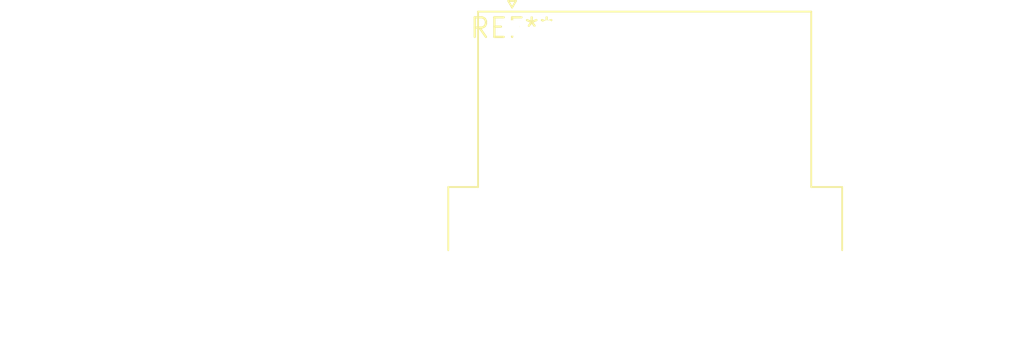
<source format=kicad_pcb>
(kicad_pcb (version 20240108) (generator pcbnew)
  (layers (0 "F.Cu" signal) (31 "B.Cu" signal) (34 "B.Paste" user) (35 "F.Paste" user) (36 "B.SilkS" user "B.Silkscreen") (37 "F.SilkS" user "F.Silkscreen") (38 "B.Mask" user) (39 "F.Mask" user) (44 "Edge.Cuts" user))
  (net 0 "")
  (footprint "DSUB-26-HD_Male_Horizontal_P2.29x2.54mm_EdgePinOffset9.40mm" (layer "F.Cu") (at 0 0)
    (property "Reference" "REF**")
    (property "Value" "DSUB-26-HD_Male_Horizontal_P2.29x2.54mm_EdgePinOffset9.40mm")
    (fp_line (start -4.135 10.32) (end -2.205 10.32) (layer "F.SilkS") (stroke (width 0.12)))
    (fp_line (start -4.135 14.42) (end -4.135 10.32) (layer "F.SilkS") (stroke (width 0.12)))
    (fp_line (start -2.205 -1.06) (end 19.38 -1.06) (layer "F.SilkS") (stroke (width 0.12)))
    (fp_line (start -2.205 10.32) (end -2.205 -1.06) (layer "F.SilkS") (stroke (width 0.12)))
    (fp_line (start -0.25 -1.754338) (end 0.25 -1.754338) (layer "F.SilkS") (stroke (width 0.12)))
    (fp_line (start 0 -1.321325) (end -0.25 -1.754338) (layer "F.SilkS") (stroke (width 0.12)))
    (fp_line (start 0.25 -1.754338) (end 0 -1.321325) (layer "F.SilkS") (stroke (width 0.12)))
    (fp_line (start 19.38 -1.06) (end 19.38 10.32) (layer "F.SilkS") (stroke (width 0.12)))
    (fp_line (start 19.38 10.32) (end 21.385 10.32) (layer "F.SilkS") (stroke (width 0.12)))
    (fp_line (start 21.385 10.32) (end 21.385 14.42) (layer "F.SilkS") (stroke (width 0.12)))
    (pad "1" thru_hole rect (at 0 0) (size 1.6 1.6) (drill 1) (layers *.Cu *.Mask) (remove_unused_layers))
    (pad "2" thru_hole circle (at 2.29 0) (size 1.6 1.6) (drill 1) (layers *.Cu *.Mask) (remove_unused_layers))
    (pad "3" thru_hole circle (at 4.58 0) (size 1.6 1.6) (drill 1) (layers *.Cu *.Mask) (remove_unused_layers))
    (pad "4" thru_hole circle (at 6.87 0) (size 1.6 1.6) (drill 1) (layers *.Cu *.Mask) (remove_unused_layers))
    (pad "5" thru_hole circle (at 9.16 0) (size 1.6 1.6) (drill 1) (layers *.Cu *.Mask) (remove_unused_layers))
    (pad "6" thru_hole circle (at 11.45 0) (size 1.6 1.6) (drill 1) (layers *.Cu *.Mask) (remove_unused_layers))
    (pad "7" thru_hole circle (at 13.74 0) (size 1.6 1.6) (drill 1) (layers *.Cu *.Mask) (remove_unused_layers))
    (pad "8" thru_hole circle (at 16.03 0) (size 1.6 1.6) (drill 1) (layers *.Cu *.Mask) (remove_unused_layers))
    (pad "9" thru_hole circle (at 18.32 0) (size 1.6 1.6) (drill 1) (layers *.Cu *.Mask) (remove_unused_layers))
    (pad "10" thru_hole circle (at -1.145 2.54) (size 1.6 1.6) (drill 1) (layers *.Cu *.Mask) (remove_unused_layers))
    (pad "11" thru_hole circle (at 1.145 2.54) (size 1.6 1.6) (drill 1) (layers *.Cu *.Mask) (remove_unused_layers))
    (pad "12" thru_hole circle (at 3.435 2.54) (size 1.6 1.6) (drill 1) (layers *.Cu *.Mask) (remove_unused_layers))
    (pad "13" thru_hole circle (at 5.725 2.54) (size 1.6 1.6) (drill 1) (layers *.Cu *.Mask) (remove_unused_layers))
    (pad "14" thru_hole circle (at 8.015 2.54) (size 1.6 1.6) (drill 1) (layers *.Cu *.Mask) (remove_unused_layers))
    (pad "15" thru_hole circle (at 10.305 2.54) (size 1.6 1.6) (drill 1) (layers *.Cu *.Mask) (remove_unused_layers))
    (pad "16" thru_hole circle (at 12.595 2.54) (size 1.6 1.6) (drill 1) (layers *.Cu *.Mask) (remove_unused_layers))
    (pad "17" thru_hole circle (at 14.885 2.54) (size 1.6 1.6) (drill 1) (layers *.Cu *.Mask) (remove_unused_layers))
    (pad "18" thru_hole circle (at 17.175 2.54) (size 1.6 1.6) (drill 1) (layers *.Cu *.Mask) (remove_unused_layers))
    (pad "19" thru_hole circle (at 0 5.08) (size 1.6 1.6) (drill 1) (layers *.Cu *.Mask) (remove_unused_layers))
    (pad "20" thru_hole circle (at 2.29 5.08) (size 1.6 1.6) (drill 1) (layers *.Cu *.Mask) (remove_unused_layers))
    (pad "21" thru_hole circle (at 4.58 5.08) (size 1.6 1.6) (drill 1) (layers *.Cu *.Mask) (remove_unused_layers))
    (pad "22" thru_hole circle (at 6.87 5.08) (size 1.6 1.6) (drill 1) (layers *.Cu *.Mask) (remove_unused_layers))
    (pad "23" thru_hole circle (at 9.16 5.08) (size 1.6 1.6) (drill 1) (layers *.Cu *.Mask) (remove_unused_layers))
    (pad "24" thru_hole circle (at 11.45 5.08) (size 1.6 1.6) (drill 1) (layers *.Cu *.Mask) (remove_unused_layers))
    (pad "25" thru_hole circle (at 13.74 5.08) (size 1.6 1.6) (drill 1) (layers *.Cu *.Mask) (remove_unused_layers))
    (pad "26" thru_hole circle (at 16.03 5.08) (size 1.6 1.6) (drill 1) (layers *.Cu *.Mask) (remove_unused_layers))
  )
)
</source>
